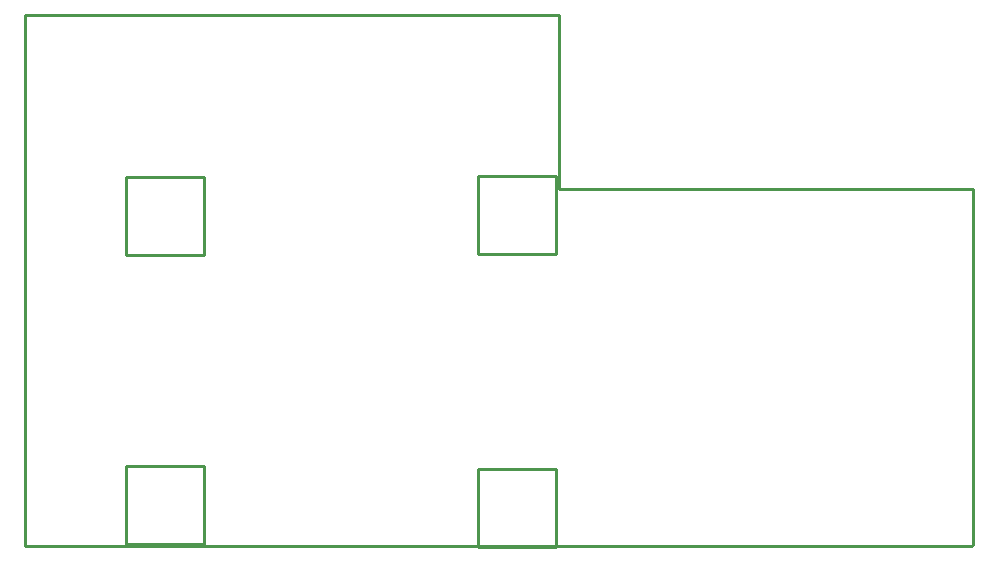
<source format=gko>
G04*
G04 #@! TF.GenerationSoftware,Altium Limited,Altium Designer,19.1.9 (167)*
G04*
G04 Layer_Color=16711935*
%FSLAX25Y25*%
%MOIN*%
G70*
G01*
G75*
%ADD13C,0.01000*%
D13*
X150961Y97276D02*
Y123260D01*
Y97276D02*
X176945D01*
Y123260D01*
X150961D02*
X176945D01*
X33508Y97008D02*
Y122992D01*
Y97008D02*
X59492D01*
Y122992D01*
X33508D02*
X59492D01*
X151008Y-492D02*
Y25492D01*
Y-492D02*
X176992D01*
Y25492D01*
X151008D02*
X176992D01*
X33508Y508D02*
Y26492D01*
Y508D02*
X59492D01*
Y26492D01*
X33508D02*
X59492D01*
X0Y177000D02*
X178000D01*
Y119000D02*
Y177000D01*
Y119000D02*
X316000D01*
Y378D02*
Y119000D01*
X315622Y0D02*
X316000Y378D01*
X0Y0D02*
X315622D01*
X0D02*
Y177000D01*
M02*

</source>
